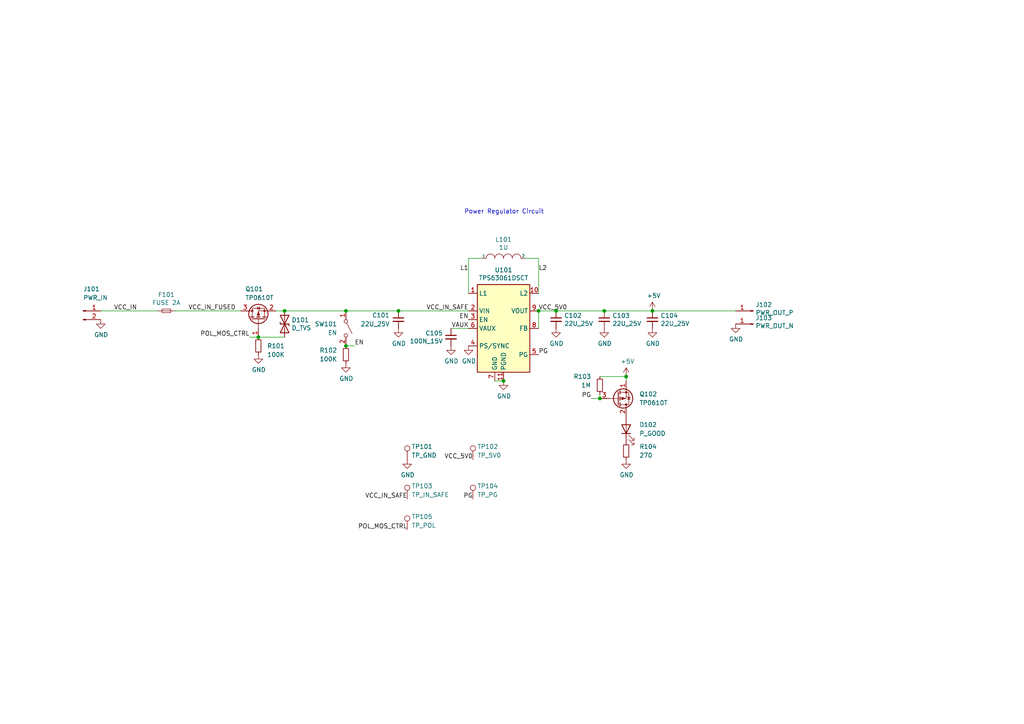
<source format=kicad_sch>
(kicad_sch (version 20211123) (generator eeschema)
  (paper "A4")
  (lib_symbols
    (symbol "Connector:Conn_01x01_Male" (pin_names (offset 1.016) hide)
      (property "Reference" "J" (at 0 2.54 0))
      (property "Value" "Conn_01x01_Male" (at 0 -2.54 0))
      (symbol "Conn_01x01_Male_1_1"
        (polyline (pts (xy 1.27 0) (xy 0.8636 0)) (stroke (width 0.1524)))
        (rectangle (start 0.8636 0.127) (end 0 -0.127) (stroke (width 0.1524)) (fill (type outline)))
        (pin passive line (at 5.08 0 180) (length 3.81) (name "Pin_1") (number "1"))
      )
    )
    (symbol "Connector:Conn_01x02_Male" (pin_names (offset 1.016) hide)
      (property "Reference" "J" (at 0 2.54 0))
      (property "Value" "Conn_01x02_Male" (at 0 -5.08 0))
      (symbol "Conn_01x02_Male_1_1"
        (polyline (pts (xy 1.27 -2.54) (xy 0.8636 -2.54)) (stroke (width 0.1524)))
        (polyline (pts (xy 1.27 0) (xy 0.8636 0)) (stroke (width 0.1524)))
        (rectangle (start 0.8636 -2.413) (end 0 -2.667) (stroke (width 0.1524)) (fill (type outline)))
        (rectangle (start 0.8636 0.127) (end 0 -0.127) (stroke (width 0.1524)) (fill (type outline)))
        (pin passive line (at 5.08 0 180) (length 3.81) (name "Pin_1") (number "1"))
        (pin passive line (at 5.08 -2.54 180) (length 3.81) (name "Pin_2") (number "2"))
      )
    )
    (symbol "Connector:TestPoint" (pin_numbers hide) (pin_names (offset 0.762) hide)
      (property "Reference" "TP" (at 0 6.858 0))
      (property "Value" "TestPoint" (at 0 5.08 0))
      (symbol "TestPoint_0_1"
        (circle (center 0 3.302) (radius 0.762))
      )
      (symbol "TestPoint_1_1"
        (pin passive line (at 0 0 90) (length 2.54) (name "1") (number "1"))
      )
    )
    (symbol "Device:C_Small" (pin_numbers hide) (pin_names (offset 0.254) hide)
      (property "Reference" "C" (at 0.254 1.778 0))
      (property "Value" "C_Small" (at 0.254 -2.032 0))
      (symbol "C_Small_0_1"
        (polyline (pts (xy -1.524 -0.508) (xy 1.524 -0.508)) (stroke (width 0.3302)))
        (polyline (pts (xy -1.524 0.508) (xy 1.524 0.508)) (stroke (width 0.3048)))
      )
      (symbol "C_Small_1_1"
        (pin passive line (at 0 2.54 270) (length 2.032) (name "~") (number "1"))
        (pin passive line (at 0 -2.54 90) (length 2.032) (name "~") (number "2"))
      )
    )
    (symbol "Device:D_TVS" (pin_numbers hide) (pin_names (offset 1.016) hide)
      (property "Reference" "D" (at 0 2.54 0))
      (property "Value" "D_TVS" (at 0 -2.54 0))
      (symbol "D_TVS_0_1"
        (polyline (pts (xy 1.27 0) (xy -1.27 0)))
        (polyline (pts (xy 0.508 1.27) (xy 0 1.27) (xy 0 -1.27) (xy -0.508 -1.27)) (stroke (width 0.254)))
        (polyline (pts (xy -2.54 1.27) (xy -2.54 -1.27) (xy 2.54 1.27) (xy 2.54 -1.27) (xy -2.54 1.27)) (stroke (width 0.254)))
      )
      (symbol "D_TVS_1_1"
        (pin passive line (at -3.81 0 0) (length 2.54) (name "A1") (number "1"))
        (pin passive line (at 3.81 0 180) (length 2.54) (name "A2") (number "2"))
      )
    )
    (symbol "Device:Fuse_Small" (pin_numbers hide) (pin_names (offset 0.254) hide)
      (property "Reference" "F" (at 0 -1.524 0))
      (property "Value" "Fuse_Small" (at 0 1.524 0))
      (symbol "Fuse_Small_0_1"
        (rectangle (start -1.27 0.508) (end 1.27 -0.508))
        (polyline (pts (xy -1.27 0) (xy 1.27 0)))
      )
      (symbol "Fuse_Small_1_1"
        (pin passive line (at -2.54 0 0) (length 1.27) (name "~") (number "1"))
        (pin passive line (at 2.54 0 180) (length 1.27) (name "~") (number "2"))
      )
    )
    (symbol "Device:LED" (pin_numbers hide) (pin_names (offset 1.016) hide)
      (property "Reference" "D" (at 0 2.54 0))
      (property "Value" "LED" (at 0 -2.54 0))
      (symbol "LED_0_1"
        (polyline (pts (xy -1.27 -1.27) (xy -1.27 1.27)) (stroke (width 0.254)))
        (polyline (pts (xy -1.27 0) (xy 1.27 0)))
        (polyline (pts (xy 1.27 -1.27) (xy 1.27 1.27) (xy -1.27 0) (xy 1.27 -1.27)) (stroke (width 0.254)))
        (polyline (pts (xy -3.048 -0.762) (xy -4.572 -2.286) (xy -3.81 -2.286) (xy -4.572 -2.286) (xy -4.572 -1.524)))
        (polyline (pts (xy -1.778 -0.762) (xy -3.302 -2.286) (xy -2.54 -2.286) (xy -3.302 -2.286) (xy -3.302 -1.524)))
      )
      (symbol "LED_1_1"
        (pin passive line (at -3.81 0 0) (length 2.54) (name "K") (number "1"))
        (pin passive line (at 3.81 0 180) (length 2.54) (name "A") (number "2"))
      )
    )
    (symbol "Device:Q_PMOS_SDG" (pin_names (offset 0) hide)
      (property "Reference" "Q" (at 5.08 1.27 0))
      (property "Value" "Q_PMOS_SDG" (at 5.08 -1.27 0))
      (symbol "Q_PMOS_SDG_0_1"
        (polyline (pts (xy 0.254 0) (xy -2.54 0)))
        (polyline (pts (xy 0.254 1.905) (xy 0.254 -1.905)) (stroke (width 0.254)))
        (polyline (pts (xy 0.762 -1.27) (xy 0.762 -2.286)) (stroke (width 0.254)))
        (polyline (pts (xy 0.762 0.508) (xy 0.762 -0.508)) (stroke (width 0.254)))
        (polyline (pts (xy 0.762 2.286) (xy 0.762 1.27)) (stroke (width 0.254)))
        (polyline (pts (xy 2.54 2.54) (xy 2.54 1.778)))
        (polyline (pts (xy 2.54 -2.54) (xy 2.54 0) (xy 0.762 0)))
        (polyline (pts (xy 0.762 1.778) (xy 3.302 1.778) (xy 3.302 -1.778) (xy 0.762 -1.778)))
        (polyline (pts (xy 2.286 0) (xy 1.27 0.381) (xy 1.27 -0.381) (xy 2.286 0)) (fill (type outline)))
        (polyline (pts (xy 2.794 -0.508) (xy 2.921 -0.381) (xy 3.683 -0.381) (xy 3.81 -0.254)))
        (polyline (pts (xy 3.302 -0.381) (xy 2.921 0.254) (xy 3.683 0.254) (xy 3.302 -0.381)))
        (circle (center 1.651 0) (radius 2.794) (stroke (width 0.254)))
        (circle (center 2.54 -1.778) (radius 0.254) (fill (type outline)))
        (circle (center 2.54 1.778) (radius 0.254) (fill (type outline)))
      )
      (symbol "Q_PMOS_SDG_1_1"
        (pin passive line (at 2.54 -5.08 90) (length 2.54) (name "S") (number "1"))
        (pin passive line (at 2.54 5.08 270) (length 2.54) (name "D") (number "2"))
        (pin input line (at -5.08 0 0) (length 2.54) (name "G") (number "3"))
      )
    )
    (symbol "Device:R_Small" (pin_numbers hide) (pin_names (offset 0.254) hide)
      (property "Reference" "R" (at 0.762 0.508 0))
      (property "Value" "R_Small" (at 0.762 -1.016 0))
      (symbol "R_Small_0_1"
        (rectangle (start -0.762 1.778) (end 0.762 -1.778) (stroke (width 0.2032)))
      )
      (symbol "R_Small_1_1"
        (pin passive line (at 0 2.54 270) (length 0.762) (name "~") (number "1"))
        (pin passive line (at 0 -2.54 90) (length 0.762) (name "~") (number "2"))
      )
    )
    (symbol "Regulator_Switching:TPS63060"
      (property "Reference" "U" (at -7.62 13.97 0))
      (property "Value" "TPS63060" (at 2.54 13.97 0))
      (symbol "TPS63060_0_1"
        (rectangle (start -7.62 12.7) (end 7.62 -12.7) (stroke (width 0.254)) (fill (type background)))
      )
      (symbol "TPS63060_1_1"
        (pin input line (at -10.16 10.16 0) (length 2.54) (name "L1") (number "1"))
        (pin input line (at 10.16 10.16 180) (length 2.54) (name "L2") (number "10"))
        (pin power_in line (at 0 -15.24 90) (length 2.54) (name "PGND") (number "11"))
        (pin power_in line (at -10.16 5.08 0) (length 2.54) (name "VIN") (number "2"))
        (pin input line (at -10.16 2.54 0) (length 2.54) (name "EN") (number "3"))
        (pin input line (at -10.16 -5.08 0) (length 2.54) (name "PS/SYNC") (number "4"))
        (pin output line (at 10.16 -7.62 180) (length 2.54) (name "PG") (number "5"))
        (pin passive line (at -10.16 0 0) (length 2.54) (name "VAUX") (number "6"))
        (pin power_in line (at -2.54 -15.24 90) (length 2.54) (name "GND") (number "7"))
        (pin input line (at 10.16 0 180) (length 2.54) (name "FB") (number "8"))
        (pin power_out line (at 10.16 5.08 180) (length 2.54) (name "VOUT") (number "9"))
      )
    )
    (symbol "Switch:SW_SPST" (pin_names (offset 0) hide)
      (property "Reference" "SW" (at 0 3.175 0))
      (property "Value" "SW_SPST" (at 0 -2.54 0))
      (symbol "SW_SPST_0_0"
        (circle (center -2.032 0) (radius 0.508))
        (polyline (pts (xy -1.524 0.254) (xy 1.524 1.778)))
        (circle (center 2.032 0) (radius 0.508))
      )
      (symbol "SW_SPST_1_1"
        (pin passive line (at -5.08 0 0) (length 2.54) (name "A") (number "1"))
        (pin passive line (at 5.08 0 180) (length 2.54) (name "B") (number "2"))
      )
    )
    (symbol "Transistor_FET:TP0610T" (pin_names hide)
      (property "Reference" "Q" (at 5.08 1.905 0))
      (property "Value" "TP0610T" (at 5.08 0 0))
      (symbol "TP0610T_0_1"
        (polyline (pts (xy 0.254 0) (xy -2.54 0)))
        (polyline (pts (xy 0.254 1.905) (xy 0.254 -1.905)) (stroke (width 0.254)))
        (polyline (pts (xy 0.762 -1.27) (xy 0.762 -2.286)) (stroke (width 0.254)))
        (polyline (pts (xy 0.762 0.508) (xy 0.762 -0.508)) (stroke (width 0.254)))
        (polyline (pts (xy 0.762 2.286) (xy 0.762 1.27)) (stroke (width 0.254)))
        (polyline (pts (xy 2.54 2.54) (xy 2.54 1.778)))
        (polyline (pts (xy 2.54 -2.54) (xy 2.54 0) (xy 0.762 0)))
        (polyline (pts (xy 0.762 1.778) (xy 3.302 1.778) (xy 3.302 -1.778) (xy 0.762 -1.778)))
        (polyline (pts (xy 2.286 0) (xy 1.27 0.381) (xy 1.27 -0.381) (xy 2.286 0)) (fill (type outline)))
        (polyline (pts (xy 2.794 -0.508) (xy 2.921 -0.381) (xy 3.683 -0.381) (xy 3.81 -0.254)))
        (polyline (pts (xy 3.302 -0.381) (xy 2.921 0.254) (xy 3.683 0.254) (xy 3.302 -0.381)))
        (circle (center 1.651 0) (radius 2.794) (stroke (width 0.254)))
        (circle (center 2.54 -1.778) (radius 0.254) (fill (type outline)))
        (circle (center 2.54 1.778) (radius 0.254) (fill (type outline)))
      )
      (symbol "TP0610T_1_1"
        (pin input line (at -5.08 0 0) (length 2.54) (name "G") (number "1"))
        (pin passive line (at 2.54 -5.08 90) (length 2.54) (name "S") (number "2"))
        (pin passive line (at 2.54 5.08 270) (length 2.54) (name "D") (number "3"))
      )
    )
    (symbol "power:+5V" (power) (pin_names (offset 0))
      (property "Value" "+5V" (at 0 3.556 0))
      (symbol "+5V_0_1"
        (polyline (pts (xy -0.762 1.27) (xy 0 2.54)))
        (polyline (pts (xy 0 0) (xy 0 2.54)))
        (polyline (pts (xy 0 2.54) (xy 0.762 1.27)))
      )
      (symbol "+5V_1_1"
        (pin power_in line (at 0 0 90) (length 0) hide (name "+5V") (number "1"))
      )
    )
    (symbol "power:GND" (power) (pin_names (offset 0))
      (property "Value" "GND" (at 0 -3.81 0))
      (symbol "GND_0_1"
        (polyline (pts (xy 0 0) (xy 0 -1.27) (xy 1.27 -1.27) (xy 0 -2.54) (xy -1.27 -1.27) (xy 0 -1.27)))
      )
      (symbol "GND_1_1"
        (pin power_in line (at 0 0 270) (length 0) hide (name "GND") (number "1"))
      )
    )
    (symbol "pspice:INDUCTOR" (pin_numbers hide) (pin_names (offset 0))
      (property "Reference" "L" (at 0 2.54 0))
      (property "Value" "INDUCTOR" (at 0 -1.27 0))
      (symbol "INDUCTOR_0_1"
        (arc (start -2.54 0) (mid -3.81 1.27) (end -5.08 0))
        (arc (start 0 0) (mid -1.27 1.27) (end -2.54 0))
        (arc (start 2.54 0) (mid 1.27 1.27) (end 0 0))
        (arc (start 5.08 0) (mid 3.81 1.27) (end 2.54 0))
      )
      (symbol "INDUCTOR_1_1"
        (pin input line (at -6.35 0 0) (length 1.27) (name "1") (number "1"))
        (pin input line (at 6.35 0 180) (length 1.27) (name "2") (number "2"))
      )
    )
  )
  (junction (at 82.55 90.17))
  (junction (at 189.23 90.17))
  (junction (at 115.57 90.17))
  (junction (at 161.29 90.17))
  (junction (at 181.61 109.22))
  (junction (at 173.99 115.57))
  (junction (at 74.93 97.79))
  (junction (at 100.33 100.33))
  (junction (at 100.33 90.17))
  (junction (at 175.26 90.17))
  (junction (at 156.21 90.17))
  (junction (at 146.05 110.49))
  (wire (pts (xy 82.55 97.79) (xy 74.93 97.79)))
  (wire (pts (xy 82.55 90.17) (xy 100.33 90.17)))
  (wire (pts (xy 102.87 100.33) (xy 100.33 100.33)))
  (wire (pts (xy 152.4 74.93) (xy 156.21 74.93)))
  (wire (pts (xy 50.8 90.17) (xy 69.85 90.17)))
  (wire (pts (xy 156.21 95.25) (xy 156.21 90.17)))
  (wire (pts (xy 171.45 115.57) (xy 173.99 115.57)))
  (wire (pts (xy 80.01 90.17) (xy 82.55 90.17)))
  (wire (pts (xy 156.21 74.93) (xy 156.21 85.09)))
  (wire (pts (xy 72.39 97.79) (xy 74.93 97.79)))
  (wire (pts (xy 173.99 109.22) (xy 181.61 109.22)))
  (wire (pts (xy 100.33 90.17) (xy 115.57 90.17)))
  (wire (pts (xy 175.26 90.17) (xy 189.23 90.17)))
  (wire (pts (xy 135.89 74.93) (xy 139.7 74.93)))
  (wire (pts (xy 135.89 85.09) (xy 135.89 74.93)))
  (wire (pts (xy 143.51 110.49) (xy 146.05 110.49)))
  (wire (pts (xy 161.29 90.17) (xy 175.26 90.17)))
  (wire (pts (xy 29.21 90.17) (xy 45.72 90.17)))
  (wire (pts (xy 181.61 109.22) (xy 181.61 110.49)))
  (wire (pts (xy 173.99 115.57) (xy 173.99 114.3)))
  (wire (pts (xy 115.57 90.17) (xy 135.89 90.17)))
  (wire (pts (xy 189.23 90.17) (xy 213.36 90.17)))
  (wire (pts (xy 135.89 95.25) (xy 130.81 95.25)))
  (wire (pts (xy 161.29 90.17) (xy 156.21 90.17)))
  (text "Power Regulator Circuit\n" (at 134.62 62.23 0) (effects (font (size 1.27 1.27)) (justify left bottom)))
  (label "VCC_IN_FUSED" (at 54.61 90.17 0))
  (label "L1" (at 135.89 78.74 180))
  (label "VCC_IN_SAFE" (at 118.11 144.78 180))
  (label "EN" (at 102.87 100.33 0))
  (label "VAUX" (at 135.89 95.25 180))
  (label "PG" (at 171.45 115.57 180))
  (label "VCC_5V0" (at 156.21 90.17 0))
  (label "L2" (at 156.21 78.74 0))
  (label "VCC_IN_SAFE" (at 135.89 90.17 180))
  (label "PG" (at 137.16 144.78 180))
  (label "VCC_5V0" (at 137.16 133.35 180))
  (label "EN" (at 135.89 92.71 180))
  (label "POL_MOS_CTRL" (at 72.39 97.79 180))
  (label "POL_MOS_CTRL" (at 118.11 153.67 180))
  (label "VCC_IN" (at 33.02 90.17 0))
  (label "PG" (at 156.21 102.87 0))
  (symbol (lib_id "Regulator_Switching:TPS63060") (at 146.05 95.25 0) (unit 1)
    (property "Reference" "U101" (at 146.05 78.3082 0))
    (property "Value" "TPS63061DSCT" (at 146.05 80.6196 0))
    (property "Footprint" "Package_SON:Texas_S-PWSON-N10" (effects hide))
    (property "Datasheet" "https://www.ti.com/lit/ds/symlink/tps63061.pdf" (effects hide))
    (property "Digi-Key Part Number" "296-30179-1-ND" (effects hide))
    (property "Description" "IC REG BCK BST 5V 2A 10WSON" (effects hide))
    (property "Digikey Link" "https://www.digikey.com.au/product-detail/en/texas-instruments/TPS63061DSCT/296-30179-1-ND/2812734" (effects hide))
  )
  (symbol (lib_id "power:GND") (at 130.81 100.33 0) (unit 1)
    (property "Reference" "#PWR0108" (effects hide))
    (property "Value" "GND" (at 130.937 104.7242 0))
  )
  (symbol (lib_id "Device:C_Small") (at 130.81 97.79 0) (mirror y) (unit 1)
    (property "Reference" "C105" (at 128.4732 96.6216 0) (effects (justify left)))
    (property "Value" "100N_15V" (at 128.4732 98.933 0) (effects (justify left)))
    (property "Footprint" "Capacitor_SMD:C_0805_2012Metric" (effects hide))
    (property "Digikey Link" "https://www.digikey.com.au/product-detail/en/kemet/C0805C104M3RACTU/399-8000-1-ND/3471723" (effects hide))
    (property "Description" "0.1µF ±20% 25V X7R 0805 (2012 Metric)" (effects hide))
    (property "Digi-Key Part Number" "399-8000-1-ND" (effects hide))
  )
  (symbol (lib_id "pspice:INDUCTOR") (at 146.05 74.93 0) (unit 1)
    (property "Reference" "L101" (at 146.05 69.469 0))
    (property "Value" "1U" (at 146.05 71.7804 0))
    (property "Footprint" "Inductor_SMD:L_Taiyo-Yuden_NR-50xx_HandSoldering" (effects hide))
    (property "Datasheet" "https://www.yuden.co.jp/productdata/catalog/wound04_e.pdf" (effects hide))
    (property "Digikey Link" "https://www.digikey.com.au/product-detail/en/taiyo-yuden/NRS5020T1R0NMGJ/587-2403-1-ND/2230269" (effects hide))
    (property "Description" "FIXED IND 1UH 3.6A 25.2 MOHM SMD" (effects hide))
    (property "Digi-Key Part Number" "587-2403-1-ND" (effects hide))
  )
  (symbol (lib_id "power:GND") (at 161.29 95.25 0) (unit 1)
    (property "Reference" "#PWR0105" (effects hide))
    (property "Value" "GND" (at 161.417 99.6442 0))
  )
  (symbol (lib_id "Switch:SW_SPST") (at 100.33 95.25 270) (unit 1)
    (property "Reference" "SW101" (at 97.79 93.98 90) (effects (justify right)))
    (property "Value" "EN" (at 97.79 96.52 90) (effects (justify right)))
    (property "Footprint" "digikey-footprints:Switch_Slide_JS202011SCQN" (effects hide))
    (property "Datasheet" "https://www.ckswitches.com/media/1422/js.pdf" (effects hide))
    (property "Digikey Link" "https://www.digikey.com.au/product-detail/en/c-k/JS202011SCQN/401-2002-1-ND/1640098" (effects hide))
    (property "Description" "SWITCH SLIDE DPDT 300MA 6V" (effects hide))
    (property "Digi-Key Part Number" "401-2002-1-ND" (effects hide))
  )
  (symbol (lib_id "Device:LED") (at 181.61 124.46 90) (unit 1)
    (property "Reference" "D102" (at 185.42 123.19 90) (effects (justify right)))
    (property "Value" "P_GOOD" (at 185.42 125.73 90) (effects (justify right)))
    (property "Footprint" "LED_SMD:LED_0805_2012Metric" (effects hide))
    (property "Datasheet" "https://optoelectronics.liteon.com/upload/download/DS22-2000-226/LTST-S270KGKT.pdf" (effects hide))
    (property "Digikey Link" "https://www.digikey.com.au/product-detail/en/w%C3%BCrth-elektronik/150080VS75000/732-4986-1-ND/4489922" (effects hide))
    (property "Description" "LED GREEN CLEAR 0805 SMD" (effects hide))
    (property "Digi-Key Part Number" "732-4986-1-ND" (effects hide))
  )
  (symbol (lib_id "Device:R_Small") (at 181.61 130.81 0) (unit 1)
    (property "Reference" "R104" (at 185.42 129.54 0) (effects (justify left)))
    (property "Value" "270" (at 185.42 132.08 0) (effects (justify left)))
    (property "Footprint" "Resistor_SMD:R_0805_2012Metric" (effects hide))
    (property "Digikey Link" "https://www.digikey.com.au/product-detail/en/susumu/RR1220P-271-D/RR12P270DCT-ND/432816" (effects hide))
    (property "Description" "RES SMD 270 OHM 0.5% 1/10W 0805" (effects hide))
    (property "Digi-Key Part Number" "RR12P270DCT-ND" (effects hide))
  )
  (symbol (lib_id "power:GND") (at 181.61 133.35 0) (unit 1)
    (property "Reference" "#PWR0115" (effects hide))
    (property "Value" "GND" (at 181.737 137.7442 0))
  )
  (symbol (lib_id "Device:R_Small") (at 74.93 100.33 0) (unit 1)
    (property "Reference" "R101" (at 77.47 100.33 0) (effects (justify left)))
    (property "Value" "100K" (at 77.47 102.87 0) (effects (justify left)))
    (property "Footprint" "Resistor_SMD:R_0805_2012Metric" (effects hide))
    (property "Digikey Link" "https://www.digikey.com.au/product-detail/en/susumu/RR1220P-104-D/RR12P100KDCT-ND/432878" (effects hide))
    (property "Description" "RES SMD 100K OHM 0.5% 1/10W 0805" (effects hide))
    (property "Digi-Key Part Number" "RR12P100KDCT-ND" (effects hide))
  )
  (symbol (lib_id "power:GND") (at 74.93 102.87 0) (unit 1)
    (property "Reference" "#PWR0110" (effects hide))
    (property "Value" "GND" (at 75.057 107.2642 0))
  )
  (symbol (lib_id "Transistor_FET:TP0610T") (at 74.93 92.71 90) (unit 1)
    (property "Reference" "Q101" (at 71.12 83.82 90) (effects (justify right)))
    (property "Value" "TP0610T" (at 71.12 86.36 90) (effects (justify right)))
    (property "Footprint" "Package_TO_SOT_SMD:SOT-23" (effects hide))
    (property "Datasheet" "https://www.vishay.com/docs/72014/72014.pdf" (effects hide))
    (property "Digikey Link" "https://www.digikey.com.au/product-detail/en/vishay-siliconix/SI2315BDS-T1-GE3/SI2315BDS-T1-GE3CT-ND/6595280" (effects hide))
    (property "Description" "MOSFET P-CH 12V 3A SOT23-3" (effects hide))
    (property "Digi-Key Part Number" "SI2315BDS-T1-GE3CT-ND" (effects hide))
  )
  (symbol (lib_id "Connector:Conn_01x02_Male") (at 24.13 90.17 0) (unit 1)
    (property "Reference" "J101" (at 24.13 83.82 0) (effects (justify left)))
    (property "Value" "PWR_IN" (at 24.13 86.36 0) (effects (justify left)))
    (property "Footprint" "Connector_JST:JST_PH_S2B-PH-SM4-TB_1x02-1MP_P2.00mm_Horizontal" (effects hide))
    (property "Datasheet" "http://www.farnell.com/datasheets/1699381.pdf" (effects hide))
    (property "Digikey Link" "https://au.element14.com/jst-japan-solderless-terminals/s2b-ph-sm4-tb-lf-sn/connector-header-smt-r-a-2mm-2way/dp/9492615" (effects hide))
  )
  (symbol (lib_id "power:GND") (at 29.21 92.71 0) (unit 1)
    (property "Reference" "#PWR0102" (effects hide))
    (property "Value" "GND" (at 29.337 97.1042 0))
  )
  (symbol (lib_id "Device:C_Small") (at 115.57 92.71 0) (unit 1)
    (property "Reference" "C101" (at 113.03 91.44 0) (effects (justify right)))
    (property "Value" "22U_25V" (at 113.03 93.98 0) (effects (justify right)))
    (property "Footprint" "Capacitor_SMD:C_0805_2012Metric" (effects hide))
    (property "Digikey Link" "https://www.digikey.com.au/product-detail/en/samsung-electro-mechanics/CL21A226MAYNNNE/1276-CL21A226MAYNNNECT-ND/12698679" (effects hide))
    (property "Description" "22UF ±20% 25V X5R 0805 (2012 Metric)" (effects hide))
    (property "Digi-Key Part Number" "1276-CL21A226MAYNNNECT-ND" (effects hide))
  )
  (symbol (lib_id "Connector:Conn_01x01_Male") (at 218.44 90.17 180) (unit 1)
    (property "Reference" "J102" (at 219.1258 88.392 0) (effects (justify right)))
    (property "Value" "PWR_OUT_P" (at 219.1258 90.7034 0) (effects (justify right)))
    (property "Footprint" "Connector_PinHeader_1.00mm:PinHeader_1x01_P1.00mm_Vertical_SMD_CUSTOM" (effects hide))
  )
  (symbol (lib_id "Connector:Conn_01x01_Male") (at 218.44 93.98 180) (unit 1)
    (property "Reference" "J103" (at 219.1258 92.202 0) (effects (justify right)))
    (property "Value" "PWR_OUT_N" (at 219.1258 94.5134 0) (effects (justify right)))
    (property "Footprint" "Connector_PinHeader_1.00mm:PinHeader_1x01_P1.00mm_Vertical_SMD_CUSTOM" (effects hide))
  )
  (symbol (lib_id "Device:C_Small") (at 161.29 92.71 0) (unit 1)
    (property "Reference" "C102" (at 163.6268 91.5416 0) (effects (justify left)))
    (property "Value" "22U_25V" (at 163.6268 93.853 0) (effects (justify left)))
    (property "Footprint" "Capacitor_SMD:C_0805_2012Metric" (effects hide))
    (property "Digikey Link" "https://www.digikey.com.au/product-detail/en/samsung-electro-mechanics/CL21A226MAYNNNE/1276-CL21A226MAYNNNECT-ND/12698679" (effects hide))
    (property "Description" "22UF ±20% 25V X5R 0805 (2012 Metric)" (effects hide))
    (property "Digi-Key Part Number" "1276-CL21A226MAYNNNECT-ND" (effects hide))
  )
  (symbol (lib_id "Device:R_Small") (at 100.33 102.87 0) (unit 1)
    (property "Reference" "R102" (at 97.79 101.6 0) (effects (justify right)))
    (property "Value" "100K" (at 97.79 104.14 0) (effects (justify right)))
    (property "Footprint" "Resistor_SMD:R_0805_2012Metric" (effects hide))
    (property "Digikey Link" "https://www.digikey.com.au/product-detail/en/susumu/RR1220P-104-D/RR12P100KDCT-ND/432878" (effects hide))
    (property "Description" "RES SMD 100K OHM 0.5% 1/10W 0805" (effects hide))
    (property "Digi-Key Part Number" "RR12P100KDCT-ND" (effects hide))
  )
  (symbol (lib_id "power:GND") (at 100.33 105.41 0) (unit 1)
    (property "Reference" "#PWR0111" (effects hide))
    (property "Value" "GND" (at 100.457 109.8042 0))
  )
  (symbol (lib_id "Device:C_Small") (at 175.26 92.71 0) (unit 1)
    (property "Reference" "C103" (at 177.5968 91.5416 0) (effects (justify left)))
    (property "Value" "22U_25V" (at 177.5968 93.853 0) (effects (justify left)))
    (property "Footprint" "Capacitor_SMD:C_0805_2012Metric" (effects hide))
    (property "Digikey Link" "https://www.digikey.com.au/product-detail/en/samsung-electro-mechanics/CL21A226MAYNNNE/1276-CL21A226MAYNNNECT-ND/12698679" (effects hide))
    (property "Description" "22UF ±20% 25V X5R 0805 (2012 Metric)" (effects hide))
    (property "Digi-Key Part Number" "1276-CL21A226MAYNNNECT-ND" (effects hide))
  )
  (symbol (lib_id "Device:C_Small") (at 189.23 92.71 0) (unit 1)
    (property "Reference" "C104" (at 191.5668 91.5416 0) (effects (justify left)))
    (property "Value" "22U_25V" (at 191.5668 93.853 0) (effects (justify left)))
    (property "Footprint" "Capacitor_SMD:C_0805_2012Metric" (effects hide))
    (property "Digikey Link" "https://www.digikey.com.au/product-detail/en/samsung-electro-mechanics/CL21A226MAYNNNE/1276-CL21A226MAYNNNECT-ND/12698679" (effects hide))
    (property "Description" "22UF ±20% 25V X5R 0805 (2012 Metric)" (effects hide))
    (property "Digi-Key Part Number" "1276-CL21A226MAYNNNECT-ND" (effects hide))
  )
  (symbol (lib_id "power:GND") (at 175.26 95.25 0) (unit 1)
    (property "Reference" "#PWR0106" (effects hide))
    (property "Value" "GND" (at 175.387 99.6442 0))
  )
  (symbol (lib_id "power:GND") (at 189.23 95.25 0) (unit 1)
    (property "Reference" "#PWR0107" (effects hide))
    (property "Value" "GND" (at 189.357 99.6442 0))
  )
  (symbol (lib_id "power:GND") (at 213.36 93.98 0) (unit 1)
    (property "Reference" "#PWR0103" (effects hide))
    (property "Value" "GND" (at 213.487 98.3742 0))
  )
  (symbol (lib_id "Device:Q_PMOS_SDG") (at 179.07 115.57 0) (mirror x) (unit 1)
    (property "Reference" "Q102" (at 185.42 114.3 0) (effects (justify left)))
    (property "Value" "TP0610T" (at 185.42 116.84 0) (effects (justify left)))
    (property "Footprint" "Package_TO_SOT_SMD:SOT-23" (effects hide))
    (property "Datasheet" "https://www.vishay.com/docs/72014/72014.pdf" (effects hide))
    (property "Description" "MOSFET P-CH 12V 3A SOT23-3" (effects hide))
    (property "Digi-Key Part Number" "SI2315BDS-T1-GE3CT-ND" (effects hide))
    (property "Digikey Link" "https://www.digikey.com.au/product-detail/en/vishay-siliconix/SI2315BDS-T1-GE3/SI2315BDS-T1-GE3CT-ND/6595280" (effects hide))
  )
  (symbol (lib_id "Device:R_Small") (at 173.99 111.76 0) (unit 1)
    (property "Reference" "R103" (at 171.45 109.22 0) (effects (justify right)))
    (property "Value" "1M" (at 171.45 111.76 0) (effects (justify right)))
    (property "Footprint" "Resistor_SMD:R_0805_2012Metric" (effects hide))
    (property "Description" "RES 1M OHM 0.5% 1/8W 0805" (effects hide))
    (property "Digi-Key Part Number" "P123796CT-ND" (effects hide))
    (property "Digikey Link" "https://www.digikey.com.au/product-detail/en/panasonic-electronic-components/ERA-6AED105V/P123796CT-ND/9467725" (effects hide))
  )
  (symbol (lib_id "power:+5V") (at 181.61 109.22 0) (unit 1)
    (property "Reference" "#PWR0112" (effects hide))
    (property "Value" "+5V" (at 181.991 104.8258 0))
  )
  (symbol (lib_id "power:+5V") (at 189.23 90.17 0) (unit 1)
    (property "Reference" "#PWR0101" (effects hide))
    (property "Value" "+5V" (at 189.611 85.7758 0))
  )
  (symbol (lib_id "power:GND") (at 146.05 110.49 0) (unit 1)
    (property "Reference" "#PWR0113" (effects hide))
    (property "Value" "GND" (at 146.177 114.8842 0))
  )
  (symbol (lib_id "power:GND") (at 135.89 100.33 0) (unit 1)
    (property "Reference" "#PWR0109" (effects hide))
    (property "Value" "GND" (at 136.017 104.7242 0))
  )
  (symbol (lib_id "power:GND") (at 115.57 95.25 0) (unit 1)
    (property "Reference" "#PWR0104" (effects hide))
    (property "Value" "GND" (at 115.697 99.6442 0))
  )
  (symbol (lib_id "Connector:TestPoint") (at 137.16 144.78 0) (unit 1)
    (property "Reference" "TP104" (at 138.43 140.97 0) (effects (justify left)))
    (property "Value" "TP_PG" (at 138.43 143.51 0) (effects (justify left)))
    (property "Footprint" "TestPoint:TestPoint_Pad_D1.0mm" (effects hide))
  )
  (symbol (lib_id "Connector:TestPoint") (at 137.16 133.35 0) (unit 1)
    (property "Reference" "TP102" (at 138.43 129.54 0) (effects (justify left)))
    (property "Value" "TP_5V0" (at 138.43 132.08 0) (effects (justify left)))
    (property "Footprint" "TestPoint:TestPoint_Pad_D1.0mm" (effects hide))
  )
  (symbol (lib_id "Connector:TestPoint") (at 118.11 153.67 0) (unit 1)
    (property "Reference" "TP105" (at 119.38 149.86 0) (effects (justify left)))
    (property "Value" "TP_POL" (at 119.38 152.4 0) (effects (justify left)))
    (property "Footprint" "TestPoint:TestPoint_Pad_D1.0mm" (effects hide))
  )
  (symbol (lib_id "Connector:TestPoint") (at 118.11 133.35 0) (unit 1)
    (property "Reference" "TP101" (at 119.38 129.54 0) (effects (justify left)))
    (property "Value" "TP_GND" (at 119.38 132.08 0) (effects (justify left)))
    (property "Footprint" "TestPoint:TestPoint_Pad_D1.0mm" (effects hide))
  )
  (symbol (lib_id "Connector:TestPoint") (at 118.11 144.78 0) (unit 1)
    (property "Reference" "TP103" (at 119.38 140.97 0) (effects (justify left)))
    (property "Value" "TP_IN_SAFE" (at 119.38 143.51 0) (effects (justify left)))
    (property "Footprint" "TestPoint:TestPoint_Pad_D1.0mm" (effects hide))
  )
  (symbol (lib_id "power:GND") (at 118.11 133.35 0) (unit 1)
    (property "Reference" "#PWR0114" (effects hide))
    (property "Value" "GND" (at 118.237 137.7442 0))
  )
  (symbol (lib_id "Device:D_TVS") (at 82.55 93.98 270) (unit 1)
    (property "Reference" "D101" (at 84.5566 92.8116 90) (effects (justify left)))
    (property "Value" "D_TVS" (at 84.5566 95.123 90) (effects (justify left)))
    (property "Footprint" "Diode_SMD:D_SOD-323" (effects hide))
    (property "Description" "TVS DIODE 5V 7.2V SOD323" (effects hide))
    (property "Digi-Key Part Number" "DESD5V0U1BA-7DICT-ND" (effects hide))
    (property "Digikey Link" "https://www.digikey.com.au/product-detail/en/diodes-incorporated/DESD5V0U1BA-7/DESD5V0U1BA-7DICT-ND/5371911" (effects hide))
  )
  (symbol (lib_id "Device:Fuse_Small") (at 48.26 90.17 0) (unit 1)
    (property "Reference" "F101" (at 48.26 85.471 0))
    (property "Value" "FUSE 2A" (at 48.26 87.7824 0))
    (property "Footprint" "Resistor_SMD:R_1206_3216Metric" (effects hide))
    (property "Description" "FUSE 2.0A 125VAC FAST 1206" (effects hide))
    (property "Digi-Key Part Number" "507-1881-1-ND" (effects hide))
    (property "Digikey Link" "https://www.digikey.com.au/product-detail/en/bel-fuse-inc/C1F-2/507-1881-1-ND/4968159" (effects hide))
  )
)
</source>
